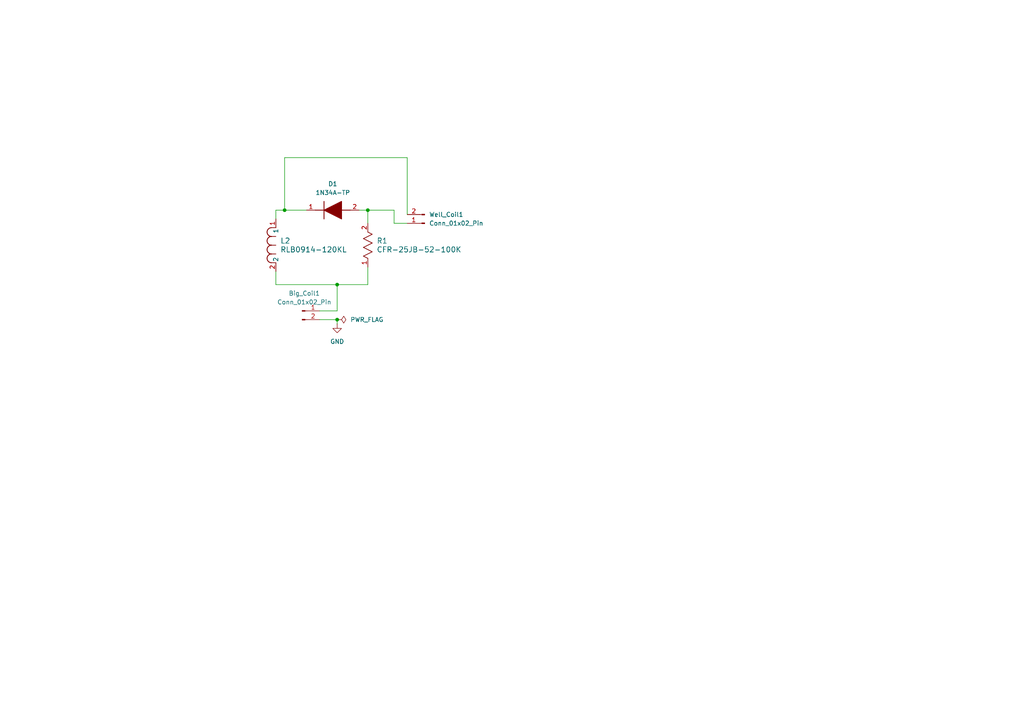
<source format=kicad_sch>
(kicad_sch
	(version 20250114)
	(generator "eeschema")
	(generator_version "9.0")
	(uuid "2f3b5e77-31df-4c8b-a3fc-c6c58b75ff37")
	(paper "A4")
	(title_block
		(title "RF Detection Circuit")
		(date "2025-04-21")
		(rev "V0.1")
		(company "Instake AI")
		(comment 1 "Drawn By : Nadir Abbas")
	)
	(lib_symbols
		(symbol "1N34A-TP:1N34A-TP"
			(pin_names
				(hide yes)
			)
			(exclude_from_sim no)
			(in_bom yes)
			(on_board yes)
			(property "Reference" "D"
				(at 11.43 5.08 0)
				(effects
					(font
						(size 1.27 1.27)
					)
					(justify left top)
				)
			)
			(property "Value" "1N34A-TP"
				(at 11.43 2.54 0)
				(effects
					(font
						(size 1.27 1.27)
					)
					(justify left top)
				)
			)
			(property "Footprint" "DIOAD1850W56L762D272"
				(at 11.43 -97.46 0)
				(effects
					(font
						(size 1.27 1.27)
					)
					(justify left top)
					(hide yes)
				)
			)
			(property "Datasheet" ""
				(at 11.43 -197.46 0)
				(effects
					(font
						(size 1.27 1.27)
					)
					(justify left top)
					(hide yes)
				)
			)
			(property "Description" "Diodes - General Purpose, Power, Switching 65V 50mA Germanium"
				(at 0 0 0)
				(effects
					(font
						(size 1.27 1.27)
					)
					(hide yes)
				)
			)
			(property "Height" ""
				(at 11.43 -397.46 0)
				(effects
					(font
						(size 1.27 1.27)
					)
					(justify left top)
					(hide yes)
				)
			)
			(property "Mouser Part Number" "833-1N34A-TP"
				(at 11.43 -497.46 0)
				(effects
					(font
						(size 1.27 1.27)
					)
					(justify left top)
					(hide yes)
				)
			)
			(property "Mouser Price/Stock" "https://www.mouser.co.uk/ProductDetail/Micro-Commercial-Components-MCC/1N34A-TP?qs=W7X4MxMep4%2FD1aMkVI4%2FQQ%3D%3D"
				(at 11.43 -597.46 0)
				(effects
					(font
						(size 1.27 1.27)
					)
					(justify left top)
					(hide yes)
				)
			)
			(property "Manufacturer_Name" "MCC"
				(at 11.43 -697.46 0)
				(effects
					(font
						(size 1.27 1.27)
					)
					(justify left top)
					(hide yes)
				)
			)
			(property "Manufacturer_Part_Number" "1N34A-TP"
				(at 11.43 -797.46 0)
				(effects
					(font
						(size 1.27 1.27)
					)
					(justify left top)
					(hide yes)
				)
			)
			(symbol "1N34A-TP_1_1"
				(polyline
					(pts
						(xy 2.54 0) (xy 5.08 0)
					)
					(stroke
						(width 0.254)
						(type default)
					)
					(fill
						(type none)
					)
				)
				(polyline
					(pts
						(xy 5.08 2.54) (xy 5.08 -2.54)
					)
					(stroke
						(width 0.254)
						(type default)
					)
					(fill
						(type none)
					)
				)
				(polyline
					(pts
						(xy 5.08 0) (xy 10.16 2.54) (xy 10.16 -2.54) (xy 5.08 0)
					)
					(stroke
						(width 0.254)
						(type default)
					)
					(fill
						(type outline)
					)
				)
				(polyline
					(pts
						(xy 10.16 0) (xy 12.7 0)
					)
					(stroke
						(width 0.254)
						(type default)
					)
					(fill
						(type none)
					)
				)
				(pin output line
					(at 0 0 0)
					(length 2.54)
					(name "K"
						(effects
							(font
								(size 1.27 1.27)
							)
						)
					)
					(number "1"
						(effects
							(font
								(size 1.27 1.27)
							)
						)
					)
				)
				(pin input line
					(at 15.24 0 180)
					(length 2.54)
					(name "A"
						(effects
							(font
								(size 1.27 1.27)
							)
						)
					)
					(number "2"
						(effects
							(font
								(size 1.27 1.27)
							)
						)
					)
				)
			)
			(embedded_fonts no)
		)
		(symbol "CFR_25JB_52_100K:CFR-25JB-52-100K"
			(pin_names
				(offset 0.254)
			)
			(exclude_from_sim no)
			(in_bom yes)
			(on_board yes)
			(property "Reference" "R"
				(at 5.715 3.81 0)
				(effects
					(font
						(size 1.524 1.524)
					)
				)
			)
			(property "Value" "CFR-25JB-52-100K"
				(at 6.35 -3.81 0)
				(effects
					(font
						(size 1.524 1.524)
					)
				)
			)
			(property "Footprint" "YAG_CFR25_YAG"
				(at 0 0 0)
				(effects
					(font
						(size 1.27 1.27)
						(italic yes)
					)
					(hide yes)
				)
			)
			(property "Datasheet" "CFR-25JB-52-100K"
				(at 0 0 0)
				(effects
					(font
						(size 1.27 1.27)
						(italic yes)
					)
					(hide yes)
				)
			)
			(property "Description" ""
				(at 0 0 0)
				(effects
					(font
						(size 1.27 1.27)
					)
					(hide yes)
				)
			)
			(property "ki_locked" ""
				(at 0 0 0)
				(effects
					(font
						(size 1.27 1.27)
					)
				)
			)
			(property "ki_keywords" "CFR-25JB-52-100K"
				(at 0 0 0)
				(effects
					(font
						(size 1.27 1.27)
					)
					(hide yes)
				)
			)
			(property "ki_fp_filters" "YAG_CFR25_YAG"
				(at 0 0 0)
				(effects
					(font
						(size 1.27 1.27)
					)
					(hide yes)
				)
			)
			(symbol "CFR-25JB-52-100K_1_1"
				(polyline
					(pts
						(xy 2.54 0) (xy 3.175 1.27)
					)
					(stroke
						(width 0.2032)
						(type default)
					)
					(fill
						(type none)
					)
				)
				(polyline
					(pts
						(xy 3.175 1.27) (xy 4.445 -1.27)
					)
					(stroke
						(width 0.2032)
						(type default)
					)
					(fill
						(type none)
					)
				)
				(polyline
					(pts
						(xy 4.445 -1.27) (xy 5.715 1.27)
					)
					(stroke
						(width 0.2032)
						(type default)
					)
					(fill
						(type none)
					)
				)
				(polyline
					(pts
						(xy 5.715 1.27) (xy 6.985 -1.27)
					)
					(stroke
						(width 0.2032)
						(type default)
					)
					(fill
						(type none)
					)
				)
				(polyline
					(pts
						(xy 6.985 -1.27) (xy 8.255 1.27)
					)
					(stroke
						(width 0.2032)
						(type default)
					)
					(fill
						(type none)
					)
				)
				(polyline
					(pts
						(xy 8.255 1.27) (xy 9.525 -1.27)
					)
					(stroke
						(width 0.2032)
						(type default)
					)
					(fill
						(type none)
					)
				)
				(polyline
					(pts
						(xy 9.525 -1.27) (xy 10.16 0)
					)
					(stroke
						(width 0.2032)
						(type default)
					)
					(fill
						(type none)
					)
				)
				(pin unspecified line
					(at 0 0 0)
					(length 2.54)
					(name ""
						(effects
							(font
								(size 1.27 1.27)
							)
						)
					)
					(number "1"
						(effects
							(font
								(size 1.27 1.27)
							)
						)
					)
				)
				(pin unspecified line
					(at 12.7 0 180)
					(length 2.54)
					(name ""
						(effects
							(font
								(size 1.27 1.27)
							)
						)
					)
					(number "2"
						(effects
							(font
								(size 1.27 1.27)
							)
						)
					)
				)
			)
			(symbol "CFR-25JB-52-100K_1_2"
				(polyline
					(pts
						(xy -1.27 8.255) (xy 1.27 9.525)
					)
					(stroke
						(width 0.2032)
						(type default)
					)
					(fill
						(type none)
					)
				)
				(polyline
					(pts
						(xy -1.27 5.715) (xy 1.27 6.985)
					)
					(stroke
						(width 0.2032)
						(type default)
					)
					(fill
						(type none)
					)
				)
				(polyline
					(pts
						(xy -1.27 3.175) (xy 1.27 4.445)
					)
					(stroke
						(width 0.2032)
						(type default)
					)
					(fill
						(type none)
					)
				)
				(polyline
					(pts
						(xy 0 2.54) (xy -1.27 3.175)
					)
					(stroke
						(width 0.2032)
						(type default)
					)
					(fill
						(type none)
					)
				)
				(polyline
					(pts
						(xy 1.27 9.525) (xy 0 10.16)
					)
					(stroke
						(width 0.2032)
						(type default)
					)
					(fill
						(type none)
					)
				)
				(polyline
					(pts
						(xy 1.27 6.985) (xy -1.27 8.255)
					)
					(stroke
						(width 0.2032)
						(type default)
					)
					(fill
						(type none)
					)
				)
				(polyline
					(pts
						(xy 1.27 4.445) (xy -1.27 5.715)
					)
					(stroke
						(width 0.2032)
						(type default)
					)
					(fill
						(type none)
					)
				)
				(pin unspecified line
					(at 0 12.7 270)
					(length 2.54)
					(name ""
						(effects
							(font
								(size 1.27 1.27)
							)
						)
					)
					(number "1"
						(effects
							(font
								(size 1.27 1.27)
							)
						)
					)
				)
				(pin unspecified line
					(at 0 0 90)
					(length 2.54)
					(name ""
						(effects
							(font
								(size 1.27 1.27)
							)
						)
					)
					(number "2"
						(effects
							(font
								(size 1.27 1.27)
							)
						)
					)
				)
			)
			(embedded_fonts no)
		)
		(symbol "Connector:Conn_01x02_Pin"
			(pin_names
				(offset 1.016)
				(hide yes)
			)
			(exclude_from_sim no)
			(in_bom yes)
			(on_board yes)
			(property "Reference" "J"
				(at 0 2.54 0)
				(effects
					(font
						(size 1.27 1.27)
					)
				)
			)
			(property "Value" "Conn_01x02_Pin"
				(at 0 -5.08 0)
				(effects
					(font
						(size 1.27 1.27)
					)
				)
			)
			(property "Footprint" ""
				(at 0 0 0)
				(effects
					(font
						(size 1.27 1.27)
					)
					(hide yes)
				)
			)
			(property "Datasheet" "~"
				(at 0 0 0)
				(effects
					(font
						(size 1.27 1.27)
					)
					(hide yes)
				)
			)
			(property "Description" "Generic connector, single row, 01x02, script generated"
				(at 0 0 0)
				(effects
					(font
						(size 1.27 1.27)
					)
					(hide yes)
				)
			)
			(property "ki_locked" ""
				(at 0 0 0)
				(effects
					(font
						(size 1.27 1.27)
					)
				)
			)
			(property "ki_keywords" "connector"
				(at 0 0 0)
				(effects
					(font
						(size 1.27 1.27)
					)
					(hide yes)
				)
			)
			(property "ki_fp_filters" "Connector*:*_1x??_*"
				(at 0 0 0)
				(effects
					(font
						(size 1.27 1.27)
					)
					(hide yes)
				)
			)
			(symbol "Conn_01x02_Pin_1_1"
				(rectangle
					(start 0.8636 0.127)
					(end 0 -0.127)
					(stroke
						(width 0.1524)
						(type default)
					)
					(fill
						(type outline)
					)
				)
				(rectangle
					(start 0.8636 -2.413)
					(end 0 -2.667)
					(stroke
						(width 0.1524)
						(type default)
					)
					(fill
						(type outline)
					)
				)
				(polyline
					(pts
						(xy 1.27 0) (xy 0.8636 0)
					)
					(stroke
						(width 0.1524)
						(type default)
					)
					(fill
						(type none)
					)
				)
				(polyline
					(pts
						(xy 1.27 -2.54) (xy 0.8636 -2.54)
					)
					(stroke
						(width 0.1524)
						(type default)
					)
					(fill
						(type none)
					)
				)
				(pin passive line
					(at 5.08 0 180)
					(length 3.81)
					(name "Pin_1"
						(effects
							(font
								(size 1.27 1.27)
							)
						)
					)
					(number "1"
						(effects
							(font
								(size 1.27 1.27)
							)
						)
					)
				)
				(pin passive line
					(at 5.08 -2.54 180)
					(length 3.81)
					(name "Pin_2"
						(effects
							(font
								(size 1.27 1.27)
							)
						)
					)
					(number "2"
						(effects
							(font
								(size 1.27 1.27)
							)
						)
					)
				)
			)
			(embedded_fonts no)
		)
		(symbol "RLB0914_120KL:RLB0914-120KL"
			(pin_names
				(offset 0.254)
			)
			(exclude_from_sim no)
			(in_bom yes)
			(on_board yes)
			(property "Reference" "L"
				(at 6.985 5.08 0)
				(effects
					(font
						(size 1.524 1.524)
					)
				)
			)
			(property "Value" "RLB0914-120KL"
				(at 6.985 -2.54 0)
				(effects
					(font
						(size 1.524 1.524)
					)
				)
			)
			(property "Footprint" "IND_BOURNS_RLB0914"
				(at 0 0 0)
				(effects
					(font
						(size 1.27 1.27)
						(italic yes)
					)
					(hide yes)
				)
			)
			(property "Datasheet" "RLB0914-120KL"
				(at 0 0 0)
				(effects
					(font
						(size 1.27 1.27)
						(italic yes)
					)
					(hide yes)
				)
			)
			(property "Description" ""
				(at 0 0 0)
				(effects
					(font
						(size 1.27 1.27)
					)
					(hide yes)
				)
			)
			(property "ki_locked" ""
				(at 0 0 0)
				(effects
					(font
						(size 1.27 1.27)
					)
				)
			)
			(property "ki_keywords" "RLB0914-120KL"
				(at 0 0 0)
				(effects
					(font
						(size 1.27 1.27)
					)
					(hide yes)
				)
			)
			(property "ki_fp_filters" "IND_BOURNS_RLB0914"
				(at 0 0 0)
				(effects
					(font
						(size 1.27 1.27)
					)
					(hide yes)
				)
			)
			(symbol "RLB0914-120KL_1_1"
				(polyline
					(pts
						(xy 2.54 0) (xy 2.54 1.27)
					)
					(stroke
						(width 0.2032)
						(type default)
					)
					(fill
						(type none)
					)
				)
				(arc
					(start 2.54 1.27)
					(mid 3.81 2.5344)
					(end 5.08 1.27)
					(stroke
						(width 0.254)
						(type default)
					)
					(fill
						(type none)
					)
				)
				(polyline
					(pts
						(xy 5.08 0) (xy 5.08 1.27)
					)
					(stroke
						(width 0.2032)
						(type default)
					)
					(fill
						(type none)
					)
				)
				(arc
					(start 5.08 1.27)
					(mid 6.35 2.5344)
					(end 7.62 1.27)
					(stroke
						(width 0.254)
						(type default)
					)
					(fill
						(type none)
					)
				)
				(polyline
					(pts
						(xy 7.62 0) (xy 7.62 1.27)
					)
					(stroke
						(width 0.2032)
						(type default)
					)
					(fill
						(type none)
					)
				)
				(arc
					(start 7.62 1.27)
					(mid 8.89 2.5344)
					(end 10.16 1.27)
					(stroke
						(width 0.254)
						(type default)
					)
					(fill
						(type none)
					)
				)
				(polyline
					(pts
						(xy 10.16 0) (xy 10.16 1.27)
					)
					(stroke
						(width 0.2032)
						(type default)
					)
					(fill
						(type none)
					)
				)
				(arc
					(start 10.16 1.27)
					(mid 11.43 2.5344)
					(end 12.7 1.27)
					(stroke
						(width 0.254)
						(type default)
					)
					(fill
						(type none)
					)
				)
				(polyline
					(pts
						(xy 12.7 0) (xy 12.7 1.27)
					)
					(stroke
						(width 0.2032)
						(type default)
					)
					(fill
						(type none)
					)
				)
				(pin unspecified line
					(at 0 0 0)
					(length 2.54)
					(name "2"
						(effects
							(font
								(size 1.27 1.27)
							)
						)
					)
					(number "2"
						(effects
							(font
								(size 1.27 1.27)
							)
						)
					)
				)
				(pin unspecified line
					(at 15.24 0 180)
					(length 2.54)
					(name "1"
						(effects
							(font
								(size 1.27 1.27)
							)
						)
					)
					(number "1"
						(effects
							(font
								(size 1.27 1.27)
							)
						)
					)
				)
			)
			(symbol "RLB0914-120KL_1_2"
				(arc
					(start -1.27 10.16)
					(mid -2.5344 11.43)
					(end -1.27 12.7)
					(stroke
						(width 0.254)
						(type default)
					)
					(fill
						(type none)
					)
				)
				(arc
					(start -1.27 7.62)
					(mid -2.5344 8.89)
					(end -1.27 10.16)
					(stroke
						(width 0.254)
						(type default)
					)
					(fill
						(type none)
					)
				)
				(arc
					(start -1.27 5.08)
					(mid -2.5344 6.35)
					(end -1.27 7.62)
					(stroke
						(width 0.254)
						(type default)
					)
					(fill
						(type none)
					)
				)
				(arc
					(start -1.27 2.54)
					(mid -2.5344 3.81)
					(end -1.27 5.08)
					(stroke
						(width 0.254)
						(type default)
					)
					(fill
						(type none)
					)
				)
				(polyline
					(pts
						(xy 0 12.7) (xy -1.27 12.7)
					)
					(stroke
						(width 0.2032)
						(type default)
					)
					(fill
						(type none)
					)
				)
				(polyline
					(pts
						(xy 0 10.16) (xy -1.27 10.16)
					)
					(stroke
						(width 0.2032)
						(type default)
					)
					(fill
						(type none)
					)
				)
				(polyline
					(pts
						(xy 0 7.62) (xy -1.27 7.62)
					)
					(stroke
						(width 0.2032)
						(type default)
					)
					(fill
						(type none)
					)
				)
				(polyline
					(pts
						(xy 0 5.08) (xy -1.27 5.08)
					)
					(stroke
						(width 0.2032)
						(type default)
					)
					(fill
						(type none)
					)
				)
				(polyline
					(pts
						(xy 0 2.54) (xy -1.27 2.54)
					)
					(stroke
						(width 0.2032)
						(type default)
					)
					(fill
						(type none)
					)
				)
				(pin unspecified line
					(at 0 15.24 270)
					(length 2.54)
					(name "1"
						(effects
							(font
								(size 1.27 1.27)
							)
						)
					)
					(number "1"
						(effects
							(font
								(size 1.27 1.27)
							)
						)
					)
				)
				(pin unspecified line
					(at 0 0 90)
					(length 2.54)
					(name "2"
						(effects
							(font
								(size 1.27 1.27)
							)
						)
					)
					(number "2"
						(effects
							(font
								(size 1.27 1.27)
							)
						)
					)
				)
			)
			(embedded_fonts no)
		)
		(symbol "power:GND"
			(power)
			(pin_numbers
				(hide yes)
			)
			(pin_names
				(offset 0)
				(hide yes)
			)
			(exclude_from_sim no)
			(in_bom yes)
			(on_board yes)
			(property "Reference" "#PWR"
				(at 0 -6.35 0)
				(effects
					(font
						(size 1.27 1.27)
					)
					(hide yes)
				)
			)
			(property "Value" "GND"
				(at 0 -3.81 0)
				(effects
					(font
						(size 1.27 1.27)
					)
				)
			)
			(property "Footprint" ""
				(at 0 0 0)
				(effects
					(font
						(size 1.27 1.27)
					)
					(hide yes)
				)
			)
			(property "Datasheet" ""
				(at 0 0 0)
				(effects
					(font
						(size 1.27 1.27)
					)
					(hide yes)
				)
			)
			(property "Description" "Power symbol creates a global label with name \"GND\" , ground"
				(at 0 0 0)
				(effects
					(font
						(size 1.27 1.27)
					)
					(hide yes)
				)
			)
			(property "ki_keywords" "global power"
				(at 0 0 0)
				(effects
					(font
						(size 1.27 1.27)
					)
					(hide yes)
				)
			)
			(symbol "GND_0_1"
				(polyline
					(pts
						(xy 0 0) (xy 0 -1.27) (xy 1.27 -1.27) (xy 0 -2.54) (xy -1.27 -1.27) (xy 0 -1.27)
					)
					(stroke
						(width 0)
						(type default)
					)
					(fill
						(type none)
					)
				)
			)
			(symbol "GND_1_1"
				(pin power_in line
					(at 0 0 270)
					(length 0)
					(name "~"
						(effects
							(font
								(size 1.27 1.27)
							)
						)
					)
					(number "1"
						(effects
							(font
								(size 1.27 1.27)
							)
						)
					)
				)
			)
			(embedded_fonts no)
		)
		(symbol "power:PWR_FLAG"
			(power)
			(pin_numbers
				(hide yes)
			)
			(pin_names
				(offset 0)
				(hide yes)
			)
			(exclude_from_sim no)
			(in_bom yes)
			(on_board yes)
			(property "Reference" "#FLG"
				(at 0 1.905 0)
				(effects
					(font
						(size 1.27 1.27)
					)
					(hide yes)
				)
			)
			(property "Value" "PWR_FLAG"
				(at 0 3.81 0)
				(effects
					(font
						(size 1.27 1.27)
					)
				)
			)
			(property "Footprint" ""
				(at 0 0 0)
				(effects
					(font
						(size 1.27 1.27)
					)
					(hide yes)
				)
			)
			(property "Datasheet" "~"
				(at 0 0 0)
				(effects
					(font
						(size 1.27 1.27)
					)
					(hide yes)
				)
			)
			(property "Description" "Special symbol for telling ERC where power comes from"
				(at 0 0 0)
				(effects
					(font
						(size 1.27 1.27)
					)
					(hide yes)
				)
			)
			(property "ki_keywords" "flag power"
				(at 0 0 0)
				(effects
					(font
						(size 1.27 1.27)
					)
					(hide yes)
				)
			)
			(symbol "PWR_FLAG_0_0"
				(pin power_out line
					(at 0 0 90)
					(length 0)
					(name "~"
						(effects
							(font
								(size 1.27 1.27)
							)
						)
					)
					(number "1"
						(effects
							(font
								(size 1.27 1.27)
							)
						)
					)
				)
			)
			(symbol "PWR_FLAG_0_1"
				(polyline
					(pts
						(xy 0 0) (xy 0 1.27) (xy -1.016 1.905) (xy 0 2.54) (xy 1.016 1.905) (xy 0 1.27)
					)
					(stroke
						(width 0)
						(type default)
					)
					(fill
						(type none)
					)
				)
			)
			(embedded_fonts no)
		)
	)
	(junction
		(at 97.79 82.55)
		(diameter 0)
		(color 0 0 0 0)
		(uuid "6fa0290d-535d-44f5-a67a-cc6d373974ea")
	)
	(junction
		(at 97.79 92.71)
		(diameter 0)
		(color 0 0 0 0)
		(uuid "9804db13-b904-475a-8f20-57212b744ce8")
	)
	(junction
		(at 82.55 60.96)
		(diameter 0)
		(color 0 0 0 0)
		(uuid "be894ff2-6bf7-416e-89a4-73571d2d3d20")
	)
	(junction
		(at 106.68 60.96)
		(diameter 0)
		(color 0 0 0 0)
		(uuid "c3b69e83-963a-49f7-86d1-2f9b5c47b560")
	)
	(wire
		(pts
			(xy 82.55 45.72) (xy 82.55 60.96)
		)
		(stroke
			(width 0)
			(type default)
		)
		(uuid "132b3282-6ce4-496c-891b-332978d23062")
	)
	(wire
		(pts
			(xy 106.68 60.96) (xy 106.68 64.77)
		)
		(stroke
			(width 0)
			(type default)
		)
		(uuid "2e376ad5-2595-48e4-9ef8-1537b96fdb29")
	)
	(wire
		(pts
			(xy 97.79 82.55) (xy 106.68 82.55)
		)
		(stroke
			(width 0)
			(type default)
		)
		(uuid "3d91a8de-17d7-4a75-a3d1-51627b549335")
	)
	(wire
		(pts
			(xy 114.3 64.77) (xy 114.3 60.96)
		)
		(stroke
			(width 0)
			(type default)
		)
		(uuid "44eaca8c-8509-4f8e-b390-7ad50e603996")
	)
	(wire
		(pts
			(xy 118.11 64.77) (xy 114.3 64.77)
		)
		(stroke
			(width 0)
			(type default)
		)
		(uuid "4de83070-ffb2-4cad-8173-7d3f824a9906")
	)
	(wire
		(pts
			(xy 114.3 60.96) (xy 106.68 60.96)
		)
		(stroke
			(width 0)
			(type default)
		)
		(uuid "65c45ef7-2790-4261-b464-633ead37d63d")
	)
	(wire
		(pts
			(xy 118.11 45.72) (xy 82.55 45.72)
		)
		(stroke
			(width 0)
			(type default)
		)
		(uuid "68951396-164f-46e6-ad5e-5cc6df86a769")
	)
	(wire
		(pts
			(xy 97.79 82.55) (xy 97.79 90.17)
		)
		(stroke
			(width 0)
			(type default)
		)
		(uuid "69cd3cb7-ca10-454f-8626-87cc9f1b3974")
	)
	(wire
		(pts
			(xy 106.68 82.55) (xy 106.68 77.47)
		)
		(stroke
			(width 0)
			(type default)
		)
		(uuid "6f8d0b9a-b368-48d5-82f5-b02460304231")
	)
	(wire
		(pts
			(xy 92.71 92.71) (xy 97.79 92.71)
		)
		(stroke
			(width 0)
			(type default)
		)
		(uuid "71220748-e547-458f-8678-b73c1576ea2d")
	)
	(wire
		(pts
			(xy 104.14 60.96) (xy 106.68 60.96)
		)
		(stroke
			(width 0)
			(type default)
		)
		(uuid "72e82c61-49d0-4bb8-8107-2f457b037eda")
	)
	(wire
		(pts
			(xy 97.79 92.71) (xy 97.79 93.98)
		)
		(stroke
			(width 0)
			(type default)
		)
		(uuid "821f4078-7234-4c84-8918-cea89684dbcf")
	)
	(wire
		(pts
			(xy 80.01 60.96) (xy 80.01 63.5)
		)
		(stroke
			(width 0)
			(type default)
		)
		(uuid "a596bef7-dad4-41eb-ae60-14483d734c96")
	)
	(wire
		(pts
			(xy 82.55 60.96) (xy 80.01 60.96)
		)
		(stroke
			(width 0)
			(type default)
		)
		(uuid "adba084c-f7e8-47a1-b78d-83e491e92189")
	)
	(wire
		(pts
			(xy 80.01 82.55) (xy 97.79 82.55)
		)
		(stroke
			(width 0)
			(type default)
		)
		(uuid "b5d5071e-6b28-416a-a118-c4060f830b93")
	)
	(wire
		(pts
			(xy 82.55 60.96) (xy 88.9 60.96)
		)
		(stroke
			(width 0)
			(type default)
		)
		(uuid "b9bdc834-f7ff-4de7-ae5d-e1dbf4772bd5")
	)
	(wire
		(pts
			(xy 118.11 62.23) (xy 118.11 45.72)
		)
		(stroke
			(width 0)
			(type default)
		)
		(uuid "c41ab49e-2a77-4ffe-b533-6f98942ab604")
	)
	(wire
		(pts
			(xy 92.71 90.17) (xy 97.79 90.17)
		)
		(stroke
			(width 0)
			(type default)
		)
		(uuid "ed741c77-c6f5-4bfc-a2b1-c123977dc467")
	)
	(wire
		(pts
			(xy 80.01 78.74) (xy 80.01 82.55)
		)
		(stroke
			(width 0)
			(type default)
		)
		(uuid "f8b21cde-a4d3-4181-9387-bd2285411219")
	)
	(symbol
		(lib_id "CFR_25JB_52_100K:CFR-25JB-52-100K")
		(at 106.68 77.47 90)
		(unit 1)
		(exclude_from_sim no)
		(in_bom yes)
		(on_board yes)
		(dnp no)
		(fields_autoplaced yes)
		(uuid "02865d4b-f4df-4a63-8b10-5cdfd4ed51f6")
		(property "Reference" "R1"
			(at 109.22 69.8499 90)
			(effects
				(font
					(size 1.524 1.524)
				)
				(justify right)
			)
		)
		(property "Value" "CFR-25JB-52-100K"
			(at 109.22 72.3899 90)
			(effects
				(font
					(size 1.524 1.524)
				)
				(justify right)
			)
		)
		(property "Footprint" "CFR_25JB:YAG_CFR25_YAG"
			(at 106.68 77.47 0)
			(effects
				(font
					(size 1.27 1.27)
					(italic yes)
				)
				(hide yes)
			)
		)
		(property "Datasheet" "CFR-25JB-52-100K"
			(at 106.68 77.47 0)
			(effects
				(font
					(size 1.27 1.27)
					(italic yes)
				)
				(hide yes)
			)
		)
		(property "Description" ""
			(at 106.68 77.47 0)
			(effects
				(font
					(size 1.27 1.27)
				)
				(hide yes)
			)
		)
		(pin "2"
			(uuid "5b84c78d-3b8f-4456-9460-d82e601b0379")
		)
		(pin "1"
			(uuid "5351ab4e-9ca6-49a4-aed7-f464916f345a")
		)
		(instances
			(project ""
				(path "/2f3b5e77-31df-4c8b-a3fc-c6c58b75ff37"
					(reference "R1")
					(unit 1)
				)
			)
		)
	)
	(symbol
		(lib_id "1N34A-TP:1N34A-TP")
		(at 88.9 60.96 0)
		(unit 1)
		(exclude_from_sim no)
		(in_bom yes)
		(on_board yes)
		(dnp no)
		(fields_autoplaced yes)
		(uuid "14f60b7d-8aaf-4941-8581-d63dcdf562fa")
		(property "Reference" "D1"
			(at 96.52 53.34 0)
			(effects
				(font
					(size 1.27 1.27)
				)
			)
		)
		(property "Value" "1N34A-TP"
			(at 96.52 55.88 0)
			(effects
				(font
					(size 1.27 1.27)
				)
			)
		)
		(property "Footprint" "Lib_1N34A:DIOAD1850W56L762D272"
			(at 100.33 158.42 0)
			(effects
				(font
					(size 1.27 1.27)
				)
				(justify left top)
				(hide yes)
			)
		)
		(property "Datasheet" ""
			(at 100.33 258.42 0)
			(effects
				(font
					(size 1.27 1.27)
				)
				(justify left top)
				(hide yes)
			)
		)
		(property "Description" "Diodes - General Purpose, Power, Switching 65V 50mA Germanium"
			(at 88.9 60.96 0)
			(effects
				(font
					(size 1.27 1.27)
				)
				(hide yes)
			)
		)
		(property "Height" ""
			(at 100.33 458.42 0)
			(effects
				(font
					(size 1.27 1.27)
				)
				(justify left top)
				(hide yes)
			)
		)
		(property "Mouser Part Number" "833-1N34A-TP"
			(at 100.33 558.42 0)
			(effects
				(font
					(size 1.27 1.27)
				)
				(justify left top)
				(hide yes)
			)
		)
		(property "Mouser Price/Stock" "https://www.mouser.co.uk/ProductDetail/Micro-Commercial-Components-MCC/1N34A-TP?qs=W7X4MxMep4%2FD1aMkVI4%2FQQ%3D%3D"
			(at 100.33 658.42 0)
			(effects
				(font
					(size 1.27 1.27)
				)
				(justify left top)
				(hide yes)
			)
		)
		(property "Manufacturer_Name" "MCC"
			(at 100.33 758.42 0)
			(effects
				(font
					(size 1.27 1.27)
				)
				(justify left top)
				(hide yes)
			)
		)
		(property "Manufacturer_Part_Number" "1N34A-TP"
			(at 100.33 858.42 0)
			(effects
				(font
					(size 1.27 1.27)
				)
				(justify left top)
				(hide yes)
			)
		)
		(pin "1"
			(uuid "87ef11c8-3944-4125-bfa1-3f80ac9269d7")
		)
		(pin "2"
			(uuid "1590f3f0-4355-4ce5-bfa6-8b3b5424d521")
		)
		(instances
			(project ""
				(path "/2f3b5e77-31df-4c8b-a3fc-c6c58b75ff37"
					(reference "D1")
					(unit 1)
				)
			)
		)
	)
	(symbol
		(lib_id "Connector:Conn_01x02_Pin")
		(at 123.19 64.77 180)
		(unit 1)
		(exclude_from_sim no)
		(in_bom yes)
		(on_board yes)
		(dnp no)
		(fields_autoplaced yes)
		(uuid "4359ff84-7eb9-4b96-bd99-8d8dfcc9841e")
		(property "Reference" "Well_Coil1"
			(at 124.46 62.2299 0)
			(effects
				(font
					(size 1.27 1.27)
				)
				(justify right)
			)
		)
		(property "Value" "Conn_01x02_Pin"
			(at 124.46 64.7699 0)
			(effects
				(font
					(size 1.27 1.27)
				)
				(justify right)
			)
		)
		(property "Footprint" "Connector_PinHeader_2.54mm:PinHeader_1x02_P2.54mm_Vertical"
			(at 123.19 64.77 0)
			(effects
				(font
					(size 1.27 1.27)
				)
				(hide yes)
			)
		)
		(property "Datasheet" "~"
			(at 123.19 64.77 0)
			(effects
				(font
					(size 1.27 1.27)
				)
				(hide yes)
			)
		)
		(property "Description" "Generic connector, single row, 01x02, script generated"
			(at 123.19 64.77 0)
			(effects
				(font
					(size 1.27 1.27)
				)
				(hide yes)
			)
		)
		(pin "1"
			(uuid "01d4daab-8210-4d0b-9336-1fbd5592482c")
		)
		(pin "2"
			(uuid "bdc9966f-8fd0-4181-98db-c4ad78ce7223")
		)
		(instances
			(project "RF Detection Circuit"
				(path "/2f3b5e77-31df-4c8b-a3fc-c6c58b75ff37"
					(reference "Well_Coil1")
					(unit 1)
				)
			)
		)
	)
	(symbol
		(lib_id "power:PWR_FLAG")
		(at 97.79 92.71 270)
		(unit 1)
		(exclude_from_sim no)
		(in_bom yes)
		(on_board yes)
		(dnp no)
		(fields_autoplaced yes)
		(uuid "47b58423-e44a-4ec2-ad29-9299c2afe9b6")
		(property "Reference" "#FLG01"
			(at 99.695 92.71 0)
			(effects
				(font
					(size 1.27 1.27)
				)
				(hide yes)
			)
		)
		(property "Value" "PWR_FLAG"
			(at 101.6 92.7099 90)
			(effects
				(font
					(size 1.27 1.27)
				)
				(justify left)
			)
		)
		(property "Footprint" ""
			(at 97.79 92.71 0)
			(effects
				(font
					(size 1.27 1.27)
				)
				(hide yes)
			)
		)
		(property "Datasheet" "~"
			(at 97.79 92.71 0)
			(effects
				(font
					(size 1.27 1.27)
				)
				(hide yes)
			)
		)
		(property "Description" "Special symbol for telling ERC where power comes from"
			(at 97.79 92.71 0)
			(effects
				(font
					(size 1.27 1.27)
				)
				(hide yes)
			)
		)
		(pin "1"
			(uuid "d426fb31-b285-4a51-83ac-82551ce2e295")
		)
		(instances
			(project ""
				(path "/2f3b5e77-31df-4c8b-a3fc-c6c58b75ff37"
					(reference "#FLG01")
					(unit 1)
				)
			)
		)
	)
	(symbol
		(lib_id "Connector:Conn_01x02_Pin")
		(at 87.63 90.17 0)
		(unit 1)
		(exclude_from_sim no)
		(in_bom yes)
		(on_board yes)
		(dnp no)
		(fields_autoplaced yes)
		(uuid "4bd70260-3818-45ea-a1a1-15b6961c1511")
		(property "Reference" "Big_Coil1"
			(at 88.265 85.09 0)
			(effects
				(font
					(size 1.27 1.27)
				)
			)
		)
		(property "Value" "Conn_01x02_Pin"
			(at 88.265 87.63 0)
			(effects
				(font
					(size 1.27 1.27)
				)
			)
		)
		(property "Footprint" "Connector_PinHeader_2.54mm:PinHeader_1x02_P2.54mm_Vertical"
			(at 87.63 90.17 0)
			(effects
				(font
					(size 1.27 1.27)
				)
				(hide yes)
			)
		)
		(property "Datasheet" "~"
			(at 87.63 90.17 0)
			(effects
				(font
					(size 1.27 1.27)
				)
				(hide yes)
			)
		)
		(property "Description" "Generic connector, single row, 01x02, script generated"
			(at 87.63 90.17 0)
			(effects
				(font
					(size 1.27 1.27)
				)
				(hide yes)
			)
		)
		(pin "1"
			(uuid "775d782e-f060-4ff1-a078-0fd9b0fd61e3")
		)
		(pin "2"
			(uuid "5b5e0fe9-a682-4020-9e09-720114abdfa8")
		)
		(instances
			(project ""
				(path "/2f3b5e77-31df-4c8b-a3fc-c6c58b75ff37"
					(reference "Big_Coil1")
					(unit 1)
				)
			)
		)
	)
	(symbol
		(lib_id "RLB0914_120KL:RLB0914-120KL")
		(at 80.01 78.74 90)
		(unit 1)
		(exclude_from_sim no)
		(in_bom yes)
		(on_board yes)
		(dnp no)
		(fields_autoplaced yes)
		(uuid "7e035608-ff77-4cdd-b02f-e1962af7ea34")
		(property "Reference" "L2"
			(at 81.28 69.8499 90)
			(effects
				(font
					(size 1.524 1.524)
				)
				(justify right)
			)
		)
		(property "Value" "RLB0914-120KL"
			(at 81.28 72.3899 90)
			(effects
				(font
					(size 1.524 1.524)
				)
				(justify right)
			)
		)
		(property "Footprint" "RLB0914:IND_BOURNS_RLB0914"
			(at 80.01 78.74 0)
			(effects
				(font
					(size 1.27 1.27)
					(italic yes)
				)
				(hide yes)
			)
		)
		(property "Datasheet" "RLB0914-120KL"
			(at 80.01 78.74 0)
			(effects
				(font
					(size 1.27 1.27)
					(italic yes)
				)
				(hide yes)
			)
		)
		(property "Description" ""
			(at 80.01 78.74 0)
			(effects
				(font
					(size 1.27 1.27)
				)
				(hide yes)
			)
		)
		(pin "2"
			(uuid "f7cbc2bb-4db2-4424-b9b7-ee2db1383dc4")
		)
		(pin "1"
			(uuid "6ad1bf46-a86d-49ee-ae24-90020c202041")
		)
		(instances
			(project ""
				(path "/2f3b5e77-31df-4c8b-a3fc-c6c58b75ff37"
					(reference "L2")
					(unit 1)
				)
			)
		)
	)
	(symbol
		(lib_id "power:GND")
		(at 97.79 93.98 0)
		(unit 1)
		(exclude_from_sim no)
		(in_bom yes)
		(on_board yes)
		(dnp no)
		(fields_autoplaced yes)
		(uuid "e745629d-9dd8-4669-80e3-8f31453becb2")
		(property "Reference" "#PWR01"
			(at 97.79 100.33 0)
			(effects
				(font
					(size 1.27 1.27)
				)
				(hide yes)
			)
		)
		(property "Value" "GND"
			(at 97.79 99.06 0)
			(effects
				(font
					(size 1.27 1.27)
				)
			)
		)
		(property "Footprint" ""
			(at 97.79 93.98 0)
			(effects
				(font
					(size 1.27 1.27)
				)
				(hide yes)
			)
		)
		(property "Datasheet" ""
			(at 97.79 93.98 0)
			(effects
				(font
					(size 1.27 1.27)
				)
				(hide yes)
			)
		)
		(property "Description" "Power symbol creates a global label with name \"GND\" , ground"
			(at 97.79 93.98 0)
			(effects
				(font
					(size 1.27 1.27)
				)
				(hide yes)
			)
		)
		(pin "1"
			(uuid "7625ca4a-2c00-4251-b79e-feda5f172413")
		)
		(instances
			(project ""
				(path "/2f3b5e77-31df-4c8b-a3fc-c6c58b75ff37"
					(reference "#PWR01")
					(unit 1)
				)
			)
		)
	)
	(sheet_instances
		(path "/"
			(page "1")
		)
	)
	(embedded_fonts no)
)

</source>
